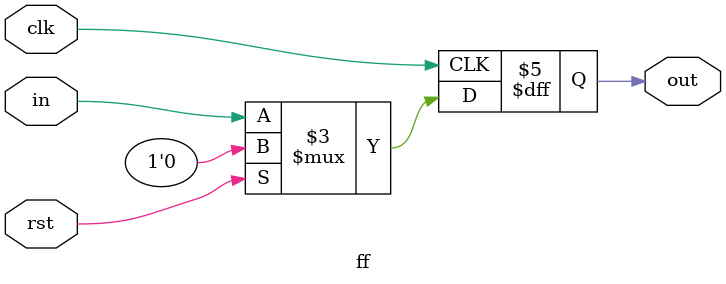
<source format=v>
`timescale 1ns / 1ps
module ff(clk, rst, in, out);
input clk, rst, in;
output reg out;
always@(posedge clk)
begin
	if(rst)
		out = 0;
	else
		out = in;
end

endmodule

</source>
